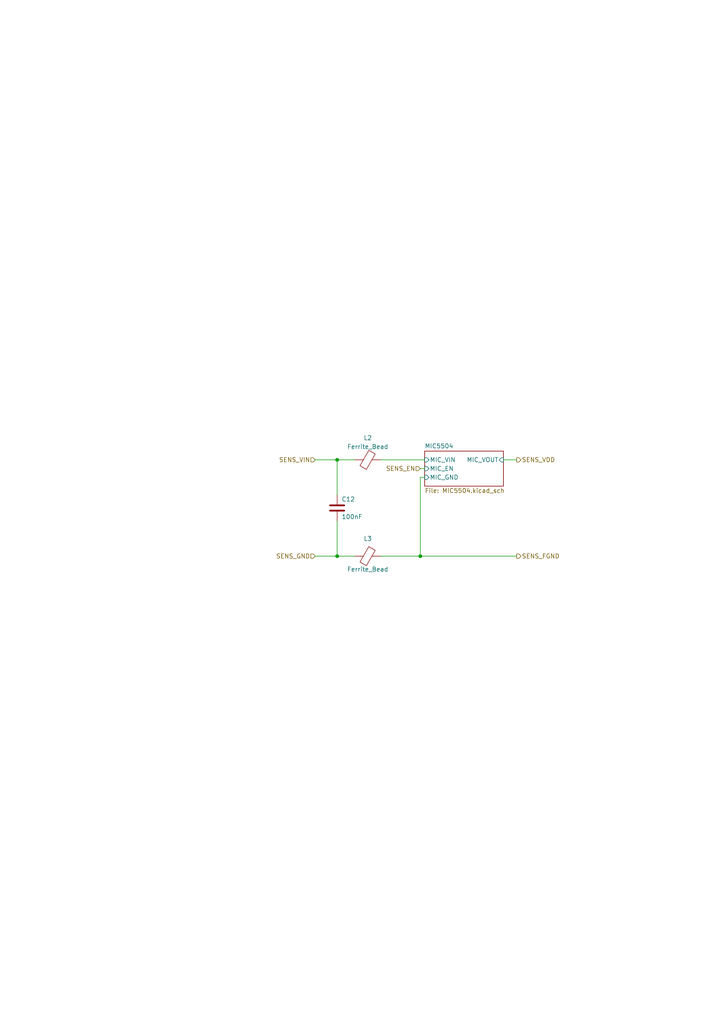
<source format=kicad_sch>
(kicad_sch (version 20211123) (generator eeschema)
  (paper "A4" portrait)
  (title_block (title "RasPi Zero NAV Hat") (date "2022-10-12") (rev "0.1") (company "chipiki.ru") (comment 1 "RasPi Zero NAV Hat") (comment 2 "Denis Tsekh"))
  (lib_symbols
    (symbol "Device:C" (pin_numbers hide) (pin_names (offset 0.254))
      (property "Reference" "C" (at 0.635 2.54 0))
      (property "Value" "C" (at 0.635 -2.54 0))
      (symbol "C_0_1"
        (polyline (pts (xy -2.032 -0.762) (xy 2.032 -0.762)) (stroke (width 0.508)))
        (polyline (pts (xy -2.032 0.762) (xy 2.032 0.762)) (stroke (width 0.508)))
      )
      (symbol "C_1_1"
        (pin passive line (at 0 3.81 270) (length 2.794) (name "~") (number "1"))
        (pin passive line (at 0 -3.81 90) (length 2.794) (name "~") (number "2"))
      )
    )
    (symbol "Device:FerriteBead" (pin_numbers hide) (pin_names (offset 0))
      (property "Reference" "FB" (at -3.81 0.635 90))
      (property "Value" "FerriteBead" (at 3.81 0 90))
      (symbol "FerriteBead_0_1"
        (polyline (pts (xy 0 -1.27) (xy 0 -1.2192)))
        (polyline (pts (xy 0 1.27) (xy 0 1.2954)))
        (polyline (pts (xy -2.7686 0.4064) (xy -1.7018 2.2606) (xy 2.7686 -0.3048) (xy 1.6764 -2.159) (xy -2.7686 0.4064)))
      )
      (symbol "FerriteBead_1_1"
        (pin passive line (at 0 3.81 270) (length 2.54) (name "~") (number "1"))
        (pin passive line (at 0 -3.81 90) (length 2.54) (name "~") (number "2"))
      )
    )
  )
  (junction (at 121.92 161.29))
  (junction (at 97.79 161.29))
  (junction (at 97.79 133.35))
  (wire (pts (xy 121.92 138.43) (xy 123.19 138.43)))
  (wire (pts (xy 121.92 161.29) (xy 121.92 138.43)))
  (wire (pts (xy 97.79 151.13) (xy 97.79 161.29)))
  (wire (pts (xy 110.49 133.35) (xy 123.19 133.35)))
  (wire (pts (xy 110.49 161.29) (xy 121.92 161.29)))
  (wire (pts (xy 102.87 161.29) (xy 97.79 161.29)))
  (wire (pts (xy 121.92 161.29) (xy 149.86 161.29)))
  (wire (pts (xy 123.19 135.89) (xy 121.92 135.89)))
  (wire (pts (xy 102.87 133.35) (xy 97.79 133.35)))
  (wire (pts (xy 97.79 133.35) (xy 97.79 143.51)))
  (wire (pts (xy 97.79 161.29) (xy 91.44 161.29)))
  (wire (pts (xy 91.44 133.35) (xy 97.79 133.35)))
  (wire (pts (xy 149.86 133.35) (xy 146.05 133.35)))
  (hierarchical_label "SENS_FGND" (shape output) (at 149.86 161.29 0))
  (hierarchical_label "SENS_VIN" (shape input) (at 91.44 133.35 180))
  (hierarchical_label "SENS_VDD" (shape output) (at 149.86 133.35 0))
  (hierarchical_label "SENS_GND" (shape input) (at 91.44 161.29 180))
  (hierarchical_label "SENS_EN" (shape input) (at 121.92 135.89 180))
  (symbol (lib_id "Device:FerriteBead") (at 106.68 133.35 90) (unit 1)
    (property "Reference" "L2" (at 106.68 127 90))
    (property "Value" "Ferrite_Bead" (at 106.68 129.54 90))
    (property "Footprint" "Inductor_SMD:L_0603_1608Metric" (effects hide))
  )
  (symbol (lib_id "Device:C") (at 97.79 147.32 0) (unit 1)
    (property "Reference" "C12" (at 99.06 144.78 0) (effects (justify left)))
    (property "Value" "100nF" (at 99.06 149.86 0) (effects (justify left)))
    (property "Footprint" "Capacitor_SMD:C_0603_1608Metric" (effects hide))
  )
  (symbol (lib_id "Device:FerriteBead") (at 106.68 161.29 90) (unit 1)
    (property "Reference" "L3" (at 106.68 156.21 90))
    (property "Value" "Ferrite_Bead" (at 106.68 165.1 90))
    (property "Footprint" "Inductor_SMD:L_0603_1608Metric" (effects hide))
  )
  (sheet (at 123.19 130.81) (size 22.86 10.16)
    (property "Sheet name" "MIC5504" (at 123.19 130.0984 0) (effects (justify left bottom)))
    (property "Sheet file" "MIC5504.kicad_sch" (at 123.19 141.5546 0) (effects (justify left top)))
    (pin "MIC_EN" input (at 123.19 135.89 180))
    (pin "MIC_VIN" input (at 123.19 133.35 180))
    (pin "MIC_VOUT" input (at 146.05 133.35 0))
    (pin "MIC_GND" input (at 123.19 138.43 180))
  )
)
</source>
